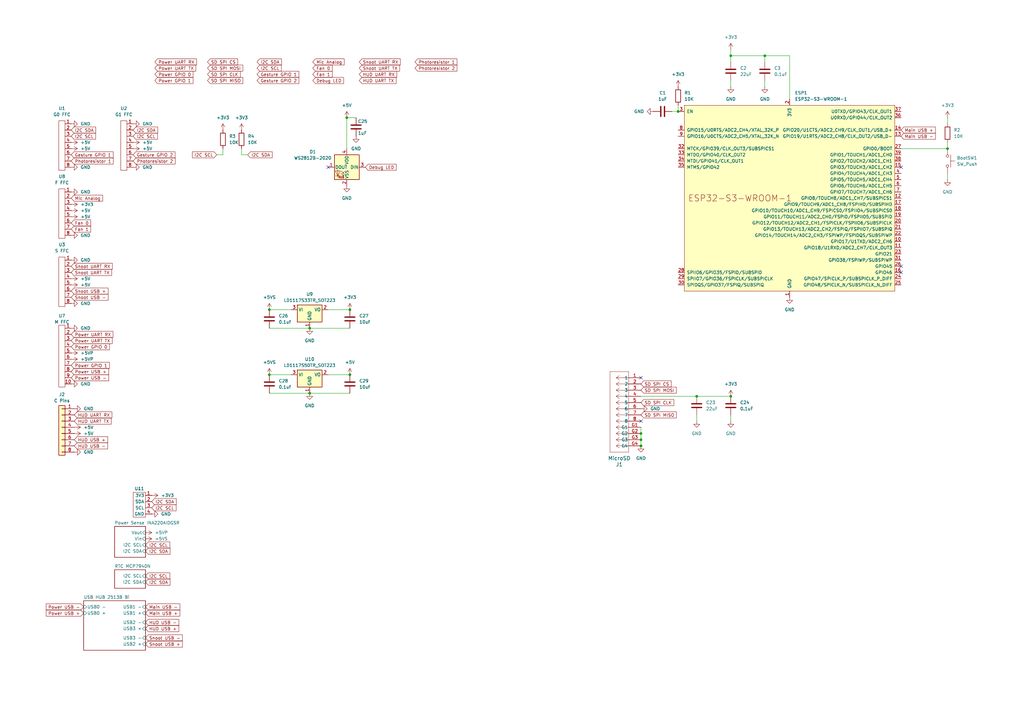
<source format=kicad_sch>
(kicad_sch (version 20231120) (generator "eeschema") (generator_version "8.0")
  (paper "A3")
  (lib_symbols
    (symbol "Connector_Generic:Conn_01x08" (pin_names (offset 1.016) hide)
      (property "Reference" "J" (at 0 10.16 0))
      (property "Value" "Conn_01x08" (at 0 -12.7 0))
      (symbol "Conn_01x08_1_1"
        (pin passive line (at -5.08 7.62 0) (length 3.81) (name "Pin_1") (number "1"))
        (pin passive line (at -5.08 5.08 0) (length 3.81) (name "Pin_2") (number "2"))
        (pin passive line (at -5.08 2.54 0) (length 3.81) (name "Pin_3") (number "3"))
        (pin passive line (at -5.08 0 0) (length 3.81) (name "Pin_4") (number "4"))
        (pin passive line (at -5.08 -2.54 0) (length 3.81) (name "Pin_5") (number "5"))
        (pin passive line (at -5.08 -5.08 0) (length 3.81) (name "Pin_6") (number "6"))
        (pin passive line (at -5.08 -7.62 0) (length 3.81) (name "Pin_7") (number "7"))
        (pin passive line (at -5.08 -10.16 0) (length 3.81) (name "Pin_8") (number "8"))
      )
    )
    (symbol "Device:C" (pin_numbers hide) (pin_names (offset 0.254))
      (property "Reference" "C" (at 0.635 2.54 0))
      (property "Value" "C" (at 0.635 -2.54 0))
      (symbol "C_1_1"
        (pin passive line (at 0 3.81 270) (length 2.794) (name "~") (number "1"))
        (pin passive line (at 0 -3.81 90) (length 2.794) (name "~") (number "2"))
      )
    )
    (symbol "Device:R" (pin_numbers hide) (pin_names (offset 0))
      (property "Reference" "R" (at 2.032 0 90))
      (property "Value" "R" (at 0 0 90))
      (symbol "R_1_1"
        (pin passive line (at 0 3.81 270) (length 1.27) (name "~") (number "1"))
        (pin passive line (at 0 -3.81 90) (length 1.27) (name "~") (number "2"))
      )
    )
    (symbol "FFC:FFC-10"
      (property "Reference" "U" (at 0 14.224 0))
      (symbol "FFC-10_1_1"
        (pin input line (at 3.81 11.43 180) (length 2.54) (name "") (number "1"))
        (pin input line (at 3.81 -11.43 180) (length 2.54) (name "") (number "10"))
        (pin input line (at 3.81 8.89 180) (length 2.54) (name "") (number "2"))
        (pin input line (at 3.81 6.35 180) (length 2.54) (name "") (number "3"))
        (pin input line (at 3.81 3.81 180) (length 2.54) (name "") (number "4"))
        (pin input line (at 3.81 1.27 180) (length 2.54) (name "") (number "5"))
        (pin input line (at 3.81 -1.27 180) (length 2.54) (name "") (number "6"))
        (pin input line (at 3.81 -3.81 180) (length 2.54) (name "") (number "7"))
        (pin input line (at 3.81 -6.35 180) (length 2.54) (name "") (number "8"))
        (pin input line (at 3.81 -8.89 180) (length 2.54) (name "") (number "9"))
      )
    )
    (symbol "FFC:FFC-8"
      (property "Reference" "U" (at 0 11.684 0))
      (symbol "FFC-8_1_1"
        (pin input line (at 3.81 8.89 180) (length 2.54) (name "") (number "1"))
        (pin input line (at 3.81 6.35 180) (length 2.54) (name "") (number "2"))
        (pin input line (at 3.81 3.81 180) (length 2.54) (name "") (number "3"))
        (pin input line (at 3.81 1.27 180) (length 2.54) (name "") (number "4"))
        (pin input line (at 3.81 -1.27 180) (length 2.54) (name "") (number "5"))
        (pin input line (at 3.81 -3.81 180) (length 2.54) (name "") (number "6"))
        (pin input line (at 3.81 -6.35 180) (length 2.54) (name "") (number "7"))
        (pin input line (at 3.81 -8.89 180) (length 2.54) (name "") (number "8"))
      )
    )
    (symbol "LED:WS2812B-2020" (pin_names (offset 0.254))
      (property "Reference" "D" (at 5.08 5.715 0))
      (property "Value" "WS2812B-2020" (at 1.27 -5.715 0))
      (symbol "WS2812B-2020_0_0"
        (text "RGB" (at 2.286 -4.191 0) (effects (font (size 0.762 0.762))))
      )
      (symbol "WS2812B-2020_1_1"
        (pin output line (at 7.62 0 180) (length 2.54) (name "DOUT") (number "1"))
        (pin power_in line (at 0 -7.62 90) (length 2.54) (name "VSS") (number "2"))
        (pin input line (at -7.62 0 0) (length 2.54) (name "DIN") (number "3"))
        (pin power_in line (at 0 7.62 270) (length 2.54) (name "VDD") (number "4"))
      )
    )
    (symbol "MicroSD_473092651:473092651" (pin_names (offset 0.254))
      (property "Reference" "J" (at 8.89 6.35 0))
      (property "Value" "473092651" (at 0 0 0))
      (symbol "473092651_1_1"
        (pin bidirectional line (at 0 0 0) (length 5.08) (name "1") (number "1"))
        (pin unspecified line (at 0 -2.54 0) (length 5.08) (name "2") (number "2"))
        (pin unspecified line (at 0 -5.08 0) (length 5.08) (name "3") (number "3"))
        (pin power_in line (at 0 -7.62 0) (length 5.08) (name "4") (number "4"))
        (pin unspecified line (at 0 -10.16 0) (length 5.08) (name "5") (number "5"))
        (pin power_out line (at 0 -12.7 0) (length 5.08) (name "6") (number "6"))
        (pin bidirectional line (at 0 -15.24 0) (length 5.08) (name "7") (number "7"))
        (pin bidirectional line (at 0 -17.78 0) (length 5.08) (name "8") (number "8"))
        (pin power_out line (at 0 -20.32 0) (length 5.08) (name "G1") (number "G1"))
        (pin power_out line (at 0 -22.86 0) (length 5.08) (name "G2") (number "G2"))
        (pin unspecified line (at 0 -25.4 0) (length 5.08) (name "G3") (number "G3"))
        (pin unspecified line (at 0 -27.94 0) (length 5.08) (name "G4") (number "G4"))
      )
      (symbol "473092651_1_2"
        (pin bidirectional line (at 0 0 0) (length 5.08) (name "1") (number "1"))
        (pin unspecified line (at 0 -2.54 0) (length 5.08) (name "2") (number "2"))
        (pin unspecified line (at 0 -5.08 0) (length 5.08) (name "3") (number "3"))
        (pin power_in line (at 0 -7.62 0) (length 5.08) (name "4") (number "4"))
        (pin unspecified line (at 0 -10.16 0) (length 5.08) (name "5") (number "5"))
        (pin power_out line (at 0 -12.7 0) (length 5.08) (name "6") (number "6"))
        (pin bidirectional line (at 0 -15.24 0) (length 5.08) (name "7") (number "7"))
        (pin bidirectional line (at 0 -17.78 0) (length 5.08) (name "8") (number "8"))
        (pin power_out line (at 0 -20.32 0) (length 5.08) (name "G1") (number "G1"))
        (pin power_out line (at 0 -22.86 0) (length 5.08) (name "G2") (number "G2"))
        (pin unspecified line (at 0 -25.4 0) (length 5.08) (name "G3") (number "G3"))
        (pin unspecified line (at 0 -27.94 0) (length 5.08) (name "G4") (number "G4"))
      )
    )
    (symbol "PCM_Espressif:ESP32-S3-WROOM-1" (pin_names (offset 1.016))
      (property "Reference" "U" (at -43.18 43.18 0))
      (property "Value" "ESP32-S3-WROOM-1" (at -43.18 40.64 0))
      (symbol "ESP32-S3-WROOM-1_0_0"
        (text "ESP32-S3-WROOM-1" (at -20.32 0 0) (effects (font (size 2.54 2.54))))
        (pin power_in line (at 0 -40.64 90) (length 2.54) (name "GND") (number "1"))
        (pin bidirectional line (at 45.72 -17.78 180) (length 2.54) (name "GPIO17/U1TXD/ADC2_CH6") (number "10"))
        (pin bidirectional line (at 45.72 -20.32 180) (length 2.54) (name "GPIO18/U1RXD/ADC2_CH7/CLK_OUT3") (number "11"))
        (pin bidirectional line (at 45.72 0 180) (length 2.54) (name "GPIO8/TOUCH8/ADC1_CH7/SUBSPICS1") (number "12"))
        (pin bidirectional line (at 45.72 25.4 180) (length 2.54) (name "GPIO19/U1RTS/ADC2_CH8/CLK_OUT2/USB_D-") (number "13"))
        (pin bidirectional line (at 45.72 27.94 180) (length 2.54) (name "GPIO20/U1CTS/ADC2_CH9/CLK_OUT1/USB_D+") (number "14"))
        (pin bidirectional line (at 45.72 12.7 180) (length 2.54) (name "GPIO3/TOUCH3/ADC1_CH2") (number "15"))
        (pin bidirectional line (at 45.72 -30.48 180) (length 2.54) (name "GPIO46") (number "16"))
        (pin bidirectional line (at 45.72 -2.54 180) (length 2.54) (name "GPIO9/TOUCH9/ADC1_CH8/FSPIHD/SUBSPIHD") (number "17"))
        (pin bidirectional line (at 45.72 -5.08 180) (length 2.54) (name "GPIO10/TOUCH10/ADC1_CH9/FSPICS0/FSPIIO4/SUBSPICS0") (number "18"))
        (pin bidirectional line (at 45.72 -7.62 180) (length 2.54) (name "GPIO11/TOUCH11/ADC2_CH0/FSPID/FSPIIO5/SUBSPID") (number "19"))
        (pin power_in line (at 0 40.64 270) (length 2.54) (name "3V3") (number "2"))
        (pin bidirectional line (at 45.72 -10.16 180) (length 2.54) (name "GPIO12/TOUCH12/ADC2_CH1/FSPICLK/FSPIIO6/SUBSPICLK") (number "20"))
        (pin bidirectional line (at 45.72 -12.7 180) (length 2.54) (name "GPIO13/TOUCH13/ADC2_CH2/FSPIQ/FSPIIO7/SUBSPIQ") (number "21"))
        (pin bidirectional line (at 45.72 -15.24 180) (length 2.54) (name "GPIO14/TOUCH14/ADC2_CH3/FSPIWP/FSPIDQS/SUBSPIWP") (number "22"))
        (pin bidirectional line (at 45.72 -22.86 180) (length 2.54) (name "GPIO21") (number "23"))
        (pin bidirectional line (at 45.72 -33.02 180) (length 2.54) (name "GPIO47/SPICLK_P/SUBSPICLK_P_DIFF") (number "24"))
        (pin bidirectional line (at 45.72 -35.56 180) (length 2.54) (name "GPIO48/SPICLK_N/SUBSPICLK_N_DIFF") (number "25"))
        (pin bidirectional line (at 45.72 -27.94 180) (length 2.54) (name "GPIO45") (number "26"))
        (pin bidirectional line (at 45.72 20.32 180) (length 2.54) (name "GPIO0/BOOT") (number "27"))
        (pin bidirectional line (at -45.72 -30.48 0) (length 2.54) (name "SPIIO6/GPIO35/FSPID/SUBSPID") (number "28"))
        (pin bidirectional line (at -45.72 -33.02 0) (length 2.54) (name "SPIIO7/GPIO36/FSPICLK/SUBSPICLK") (number "29"))
        (pin input line (at -45.72 35.56 0) (length 2.54) (name "EN") (number "3"))
        (pin bidirectional line (at -45.72 -35.56 0) (length 2.54) (name "SPIDQS/GPIO37/FSPIQ/SUBSPIQ") (number "30"))
        (pin bidirectional line (at 45.72 -25.4 180) (length 2.54) (name "GPIO38/FSPIWP/SUBSPIWP") (number "31"))
        (pin bidirectional line (at -45.72 20.32 0) (length 2.54) (name "MTCK/GPIO39/CLK_OUT3/SUBSPICS1") (number "32"))
        (pin bidirectional line (at -45.72 17.78 0) (length 2.54) (name "MTDO/GPIO40/CLK_OUT2") (number "33"))
        (pin bidirectional line (at -45.72 15.24 0) (length 2.54) (name "MTDI/GPIO41/CLK_OUT1") (number "34"))
        (pin bidirectional line (at -45.72 12.7 0) (length 2.54) (name "MTMS/GPIO42") (number "35"))
        (pin bidirectional line (at 45.72 33.02 180) (length 2.54) (name "U0RXD/GPIO44/CLK_OUT2") (number "36"))
        (pin bidirectional line (at 45.72 35.56 180) (length 2.54) (name "U0TXD/GPIO43/CLK_OUT1") (number "37"))
        (pin bidirectional line (at 45.72 15.24 180) (length 2.54) (name "GPIO2/TOUCH2/ADC1_CH1") (number "38"))
        (pin bidirectional line (at 45.72 17.78 180) (length 2.54) (name "GPIO1/TOUCH1/ADC1_CH0") (number "39"))
        (pin bidirectional line (at 45.72 10.16 180) (length 2.54) (name "GPIO4/TOUCH4/ADC1_CH3") (number "4"))
        (pin passive line (at 0 -40.64 90) (length 2.54) hide (name "GND") (number "40"))
        (pin passive line (at 0 -40.64 90) (length 2.54) hide (name "GND") (number "41"))
        (pin bidirectional line (at 45.72 7.62 180) (length 2.54) (name "GPIO5/TOUCH5/ADC1_CH4") (number "5"))
        (pin bidirectional line (at 45.72 5.08 180) (length 2.54) (name "GPIO6/TOUCH6/ADC1_CH5") (number "6"))
        (pin bidirectional line (at 45.72 2.54 180) (length 2.54) (name "GPIO7/TOUCH7/ADC1_CH6") (number "7"))
        (pin bidirectional line (at -45.72 27.94 0) (length 2.54) (name "GPIO15/U0RTS/ADC2_CH4/XTAL_32K_P") (number "8"))
        (pin bidirectional line (at -45.72 25.4 0) (length 2.54) (name "GPIO16/U0CTS/ADC2_CH5/XTAL_32K_N") (number "9"))
      )
    )
    (symbol "Regulator_Linear:LD1117S33TR_SOT223"
      (property "Reference" "U" (at -3.81 3.175 0))
      (property "Value" "LD1117S33TR_SOT223" (at 0 3.175 0))
      (symbol "LD1117S33TR_SOT223_1_1"
        (pin power_in line (at 0 -7.62 90) (length 2.54) (name "GND") (number "1"))
        (pin power_out line (at 7.62 0 180) (length 2.54) (name "VO") (number "2"))
        (pin power_in line (at -7.62 0 0) (length 2.54) (name "VI") (number "3"))
      )
    )
    (symbol "Regulator_Linear:LD1117S50TR_SOT223"
      (property "Reference" "U" (at -3.81 3.175 0))
      (property "Value" "LD1117S50TR_SOT223" (at 0 3.175 0))
      (symbol "LD1117S50TR_SOT223_1_1"
        (pin power_in line (at 0 -7.62 90) (length 2.54) (name "GND") (number "1"))
        (pin power_out line (at 7.62 0 180) (length 2.54) (name "VO") (number "2"))
        (pin power_in line (at -7.62 0 0) (length 2.54) (name "VI") (number "3"))
      )
    )
    (symbol "Sensored:Sensored"
      (property "Reference" "U" (at 0 1.524 0))
      (symbol "Sensored_1_1"
        (pin input line (at 5.08 -1.27 180) (length 2.54) (name "3V3") (number "1"))
        (pin input line (at 5.08 -3.81 180) (length 2.54) (name "SDA") (number "2"))
        (pin input line (at 5.08 -6.35 180) (length 2.54) (name "SCL") (number "3"))
        (pin input line (at 5.08 -8.89 180) (length 2.54) (name "GND") (number "4"))
      )
    )
    (symbol "Switch:SW_Push" (pin_numbers hide) (pin_names (offset 1.016) hide)
      (property "Reference" "SW" (at 1.27 2.54 0))
      (property "Value" "SW_Push" (at 0 -1.524 0))
      (symbol "SW_Push_0_1"
        (pin passive line (at -5.08 0 0) (length 2.54) (name "1") (number "1"))
        (pin passive line (at 5.08 0 180) (length 2.54) (name "2") (number "2"))
      )
    )
    (symbol "power:+3V3" (power) (pin_numbers hide) (pin_names (offset 0) hide)
      (property "Value" "+3V3" (at 0 3.556 0))
      (symbol "+3V3_1_1"
        (pin power_in line (at 0 0 90) (length 0) (name "~") (number "1"))
      )
    )
    (symbol "power:+5V" (power) (pin_numbers hide) (pin_names (offset 0) hide)
      (property "Value" "+5V" (at 0 3.556 0))
      (symbol "+5V_1_1"
        (pin power_in line (at 0 0 90) (length 0) (name "~") (number "1"))
      )
    )
    (symbol "power:+5VP" (power) (pin_numbers hide) (pin_names (offset 0) hide)
      (property "Value" "+5VP" (at 0 3.556 0))
      (symbol "+5VP_1_1"
        (pin power_in line (at 0 0 90) (length 0) (name "~") (number "1"))
      )
    )
    (symbol "power:GND" (power) (pin_numbers hide) (pin_names (offset 0) hide)
      (property "Value" "GND" (at 0 -3.81 0))
      (symbol "GND_1_1"
        (pin power_in line (at 0 0 270) (length 0) (name "~") (number "1"))
      )
    )
  )
  (junction (at 262.89 180.34))
  (junction (at 142.24 48.26))
  (junction (at 388.62 60.96))
  (junction (at 262.89 177.8))
  (junction (at 110.49 127))
  (junction (at 143.51 127))
  (junction (at 110.49 153.67))
  (junction (at 313.69 22.86))
  (junction (at 127 161.29))
  (junction (at 143.51 153.67))
  (junction (at 285.75 162.56))
  (junction (at 299.72 162.56))
  (junction (at 299.72 22.86))
  (junction (at 278.13 45.72))
  (junction (at 127 134.62))
  (junction (at 262.89 182.88))
  (no_connect (at 262.89 172.72))
  (no_connect (at 134.62 68.58))
  (no_connect (at 369.57 68.58))
  (no_connect (at 369.57 109.22))
  (no_connect (at 262.89 154.94))
  (no_connect (at 369.57 111.76))
  (wire (pts (xy 99.06 63.5) (xy 101.6 63.5)))
  (wire (pts (xy 313.69 33.02) (xy 313.69 35.56)))
  (wire (pts (xy 299.72 22.86) (xy 299.72 25.4)))
  (wire (pts (xy 88.9 63.5) (xy 91.44 63.5)))
  (wire (pts (xy 262.89 177.8) (xy 262.89 180.34)))
  (wire (pts (xy 388.62 58.42) (xy 388.62 60.96)))
  (wire (pts (xy 110.49 153.67) (xy 119.38 153.67)))
  (wire (pts (xy 299.72 170.18) (xy 299.72 172.72)))
  (wire (pts (xy 142.24 48.26) (xy 142.24 60.96)))
  (wire (pts (xy 313.69 22.86) (xy 323.85 22.86)))
  (wire (pts (xy 91.44 63.5) (xy 91.44 60.96)))
  (wire (pts (xy 142.24 48.26) (xy 146.05 48.26)))
  (wire (pts (xy 388.62 48.26) (xy 388.62 50.8)))
  (wire (pts (xy 262.89 162.56) (xy 285.75 162.56)))
  (wire (pts (xy 299.72 20.32) (xy 299.72 22.86)))
  (wire (pts (xy 99.06 60.96) (xy 99.06 63.5)))
  (wire (pts (xy 262.89 180.34) (xy 262.89 182.88)))
  (wire (pts (xy 275.59 45.72) (xy 278.13 45.72)))
  (wire (pts (xy 134.62 153.67) (xy 143.51 153.67)))
  (wire (pts (xy 110.49 134.62) (xy 127 134.62)))
  (wire (pts (xy 278.13 43.18) (xy 278.13 45.72)))
  (wire (pts (xy 299.72 33.02) (xy 299.72 35.56)))
  (wire (pts (xy 127 134.62) (xy 143.51 134.62)))
  (wire (pts (xy 127 161.29) (xy 143.51 161.29)))
  (wire (pts (xy 110.49 161.29) (xy 127 161.29)))
  (wire (pts (xy 388.62 73.66) (xy 388.62 71.12)))
  (wire (pts (xy 285.75 170.18) (xy 285.75 172.72)))
  (wire (pts (xy 369.57 60.96) (xy 388.62 60.96)))
  (wire (pts (xy 134.62 127) (xy 143.51 127)))
  (wire (pts (xy 262.89 175.26) (xy 262.89 177.8)))
  (wire (pts (xy 299.72 22.86) (xy 313.69 22.86)))
  (wire (pts (xy 285.75 162.56) (xy 299.72 162.56)))
  (wire (pts (xy 110.49 127) (xy 119.38 127)))
  (wire (pts (xy 313.69 22.86) (xy 313.69 25.4)))
  (wire (pts (xy 323.85 22.86) (xy 323.85 40.64)))
  (global_label "I2C SCL" (shape input) (at 62.23 208.28 0) (property "Intersheetrefs" "${INTERSHEET_REFS}" (effects (hide yes))))
  (global_label "HUD UART TX" (shape input) (at 147.32 33.02 0) (property "Intersheetrefs" "${INTERSHEET_REFS}" (effects (hide yes))))
  (global_label "Mic Analog" (shape input) (at 29.21 81.28 0) (property "Intersheetrefs" "${INTERSHEET_REFS}" (effects (hide yes))))
  (global_label "Main USB -" (shape input) (at 369.57 55.88 0) (property "Intersheetrefs" "${INTERSHEET_REFS}" (effects (hide yes))))
  (global_label "Fan 0" (shape input) (at 29.21 91.44 0) (property "Intersheetrefs" "${INTERSHEET_REFS}" (effects (hide yes))))
  (global_label "SD SPI CLK" (shape input) (at 262.89 165.1 0) (property "Intersheetrefs" "${INTERSHEET_REFS}" (effects (hide yes))))
  (global_label "HUD USB -" (shape input) (at 30.48 182.88 0) (property "Intersheetrefs" "${INTERSHEET_REFS}" (effects (hide yes))))
  (global_label "Power GPIO 1" (shape input) (at 63.5 33.02 0) (property "Intersheetrefs" "${INTERSHEET_REFS}" (effects (hide yes))))
  (global_label "Power UART RX" (shape input) (at 29.21 137.16 0) (property "Intersheetrefs" "${INTERSHEET_REFS}" (effects (hide yes))))
  (global_label "HUD USB +" (shape input) (at 59.69 257.81 0) (property "Intersheetrefs" "${INTERSHEET_REFS}" (effects (hide yes))))
  (global_label "I2C SDA" (shape input) (at 62.23 205.74 0) (property "Intersheetrefs" "${INTERSHEET_REFS}" (effects (hide yes))))
  (global_label "I2C SDA" (shape input) (at 101.6 63.5 0) (property "Intersheetrefs" "${INTERSHEET_REFS}" (effects (hide yes))))
  (global_label "Snoot UART RX" (shape input) (at 29.21 109.22 0) (property "Intersheetrefs" "${INTERSHEET_REFS}" (effects (hide yes))))
  (global_label "HUD UART TX" (shape input) (at 30.48 172.72 0) (property "Intersheetrefs" "${INTERSHEET_REFS}" (effects (hide yes))))
  (global_label "I2C SCL" (shape input) (at 54.61 55.88 0) (property "Intersheetrefs" "${INTERSHEET_REFS}" (effects (hide yes))))
  (global_label "SD SPI CLK" (shape input) (at 85.09 30.48 0) (property "Intersheetrefs" "${INTERSHEET_REFS}" (effects (hide yes))))
  (global_label "Snoot UART TX" (shape input) (at 29.21 111.76 0) (property "Intersheetrefs" "${INTERSHEET_REFS}" (effects (hide yes))))
  (global_label "Fan 1" (shape input) (at 29.21 93.98 0) (property "Intersheetrefs" "${INTERSHEET_REFS}" (effects (hide yes))))
  (global_label "Photoresistor 1" (shape input) (at 29.21 66.04 0) (property "Intersheetrefs" "${INTERSHEET_REFS}" (effects (hide yes))))
  (global_label "SD SPI MISO" (shape input) (at 85.09 33.02 0) (property "Intersheetrefs" "${INTERSHEET_REFS}" (effects (hide yes))))
  (global_label "Snoot UART TX" (shape input) (at 147.32 27.94 0) (property "Intersheetrefs" "${INTERSHEET_REFS}" (effects (hide yes))))
  (global_label "Photoresistor 2" (shape input) (at 170.18 27.94 0) (property "Intersheetrefs" "${INTERSHEET_REFS}" (effects (hide yes))))
  (global_label "I2C SCL" (shape input) (at 88.9 63.5 180) (property "Intersheetrefs" "${INTERSHEET_REFS}" (effects (hide yes))))
  (global_label "Fan 1" (shape input) (at 128.27 30.48 0) (property "Intersheetrefs" "${INTERSHEET_REFS}" (effects (hide yes))))
  (global_label "I2C SCL" (shape input) (at 59.69 223.52 0) (property "Intersheetrefs" "${INTERSHEET_REFS}" (effects (hide yes))))
  (global_label "Power UART RX" (shape input) (at 63.5 25.4 0) (property "Intersheetrefs" "${INTERSHEET_REFS}" (effects (hide yes))))
  (global_label "Snoot USB -" (shape input) (at 29.21 121.92 0) (property "Intersheetrefs" "${INTERSHEET_REFS}" (effects (hide yes))))
  (global_label "SD SPI MOSI" (shape input) (at 85.09 27.94 0) (property "Intersheetrefs" "${INTERSHEET_REFS}" (effects (hide yes))))
  (global_label "I2C SDA" (shape input) (at 59.69 226.06 0) (property "Intersheetrefs" "${INTERSHEET_REFS}" (effects (hide yes))))
  (global_label "I2C SDA" (shape input) (at 54.61 53.34 0) (property "Intersheetrefs" "${INTERSHEET_REFS}" (effects (hide yes))))
  (global_label "HUD UART RX" (shape input) (at 30.48 170.18 0) (property "Intersheetrefs" "${INTERSHEET_REFS}" (effects (hide yes))))
  (global_label "Debug LED" (shape input) (at 149.86 68.58 0) (property "Intersheetrefs" "${INTERSHEET_REFS}" (effects (hide yes))))
  (global_label "I2C SDA" (shape input) (at 29.21 53.34 0) (property "Intersheetrefs" "${INTERSHEET_REFS}" (effects (hide yes))))
  (global_label "Snoot USB +" (shape input) (at 29.21 119.38 0) (property "Intersheetrefs" "${INTERSHEET_REFS}" (effects (hide yes))))
  (global_label "Power GPIO 0" (shape input) (at 29.21 142.24 0) (property "Intersheetrefs" "${INTERSHEET_REFS}" (effects (hide yes))))
  (global_label "Power USB +" (shape input) (at 29.21 152.4 0) (property "Intersheetrefs" "${INTERSHEET_REFS}" (effects (hide yes))))
  (global_label "Snoot UART RX" (shape input) (at 147.32 25.4 0) (property "Intersheetrefs" "${INTERSHEET_REFS}" (effects (hide yes))))
  (global_label "Main USB -" (shape input) (at 59.69 248.92 0) (property "Intersheetrefs" "${INTERSHEET_REFS}" (effects (hide yes))))
  (global_label "Power GPIO 0" (shape input) (at 63.5 30.48 0) (property "Intersheetrefs" "${INTERSHEET_REFS}" (effects (hide yes))))
  (global_label "Snoot USB +" (shape input) (at 59.69 264.16 0) (property "Intersheetrefs" "${INTERSHEET_REFS}" (effects (hide yes))))
  (global_label "I2C SCL" (shape input) (at 105.41 27.94 0) (property "Intersheetrefs" "${INTERSHEET_REFS}" (effects (hide yes))))
  (global_label "Power USB -" (shape input) (at 34.29 248.92 180) (property "Intersheetrefs" "${INTERSHEET_REFS}" (effects (hide yes))))
  (global_label "Snoot USB -" (shape input) (at 59.69 261.62 0) (property "Intersheetrefs" "${INTERSHEET_REFS}" (effects (hide yes))))
  (global_label "Power UART TX" (shape input) (at 63.5 27.94 0) (property "Intersheetrefs" "${INTERSHEET_REFS}" (effects (hide yes))))
  (global_label "HUD USB -" (shape input) (at 59.69 255.27 0) (property "Intersheetrefs" "${INTERSHEET_REFS}" (effects (hide yes))))
  (global_label "Gesture GPIO 1" (shape input) (at 105.41 30.48 0) (property "Intersheetrefs" "${INTERSHEET_REFS}" (effects (hide yes))))
  (global_label "HUD UART RX" (shape input) (at 147.32 30.48 0) (property "Intersheetrefs" "${INTERSHEET_REFS}" (effects (hide yes))))
  (global_label "Main USB +" (shape input) (at 369.57 53.34 0) (property "Intersheetrefs" "${INTERSHEET_REFS}" (effects (hide yes))))
  (global_label "SD SPI CS" (shape input) (at 262.89 157.48 0) (property "Intersheetrefs" "${INTERSHEET_REFS}" (effects (hide yes))))
  (global_label "Fan 0" (shape input) (at 128.27 27.94 0) (property "Intersheetrefs" "${INTERSHEET_REFS}" (effects (hide yes))))
  (global_label "Power UART TX" (shape input) (at 29.21 139.7 0) (property "Intersheetrefs" "${INTERSHEET_REFS}" (effects (hide yes))))
  (global_label "I2C SDA" (shape input) (at 105.41 25.4 0) (property "Intersheetrefs" "${INTERSHEET_REFS}" (effects (hide yes))))
  (global_label "I2C SDA" (shape input) (at 59.69 238.76 0) (property "Intersheetrefs" "${INTERSHEET_REFS}" (effects (hide yes))))
  (global_label "I2C SCL" (shape input) (at 29.21 55.88 0) (property "Intersheetrefs" "${INTERSHEET_REFS}" (effects (hide yes))))
  (global_label "HUD USB +" (shape input) (at 30.48 180.34 0) (property "Intersheetrefs" "${INTERSHEET_REFS}" (effects (hide yes))))
  (global_label "Power USB -" (shape input) (at 29.21 154.94 0) (property "Intersheetrefs" "${INTERSHEET_REFS}" (effects (hide yes))))
  (global_label "I2C SCL" (shape input) (at 59.69 236.22 0) (property "Intersheetrefs" "${INTERSHEET_REFS}" (effects (hide yes))))
  (global_label "SD SPI MOSI" (shape input) (at 262.89 160.02 0) (property "Intersheetrefs" "${INTERSHEET_REFS}" (effects (hide yes))))
  (global_label "Power USB +" (shape input) (at 34.29 251.46 180) (property "Intersheetrefs" "${INTERSHEET_REFS}" (effects (hide yes))))
  (global_label "Debug LED" (shape input) (at 128.27 33.02 0) (property "Intersheetrefs" "${INTERSHEET_REFS}" (effects (hide yes))))
  (global_label "SD SPI CS" (shape input) (at 85.09 25.4 0) (property "Intersheetrefs" "${INTERSHEET_REFS}" (effects (hide yes))))
  (global_label "Gesture GPIO 1" (shape input) (at 29.21 63.5 0) (property "Intersheetrefs" "${INTERSHEET_REFS}" (effects (hide yes))))
  (global_label "Mic Analog" (shape input) (at 128.27 25.4 0) (property "Intersheetrefs" "${INTERSHEET_REFS}" (effects (hide yes))))
  (global_label "Photoresistor 1" (shape input) (at 170.18 25.4 0) (property "Intersheetrefs" "${INTERSHEET_REFS}" (effects (hide yes))))
  (global_label "Main USB +" (shape input) (at 59.69 251.46 0) (property "Intersheetrefs" "${INTERSHEET_REFS}" (effects (hide yes))))
  (global_label "Power GPIO 1" (shape input) (at 29.21 149.86 0) (property "Intersheetrefs" "${INTERSHEET_REFS}" (effects (hide yes))))
  (global_label "SD SPI MISO" (shape input) (at 262.89 170.18 0) (property "Intersheetrefs" "${INTERSHEET_REFS}" (effects (hide yes))))
  (global_label "Gesture GPIO 2" (shape input) (at 54.61 63.5 0) (property "Intersheetrefs" "${INTERSHEET_REFS}" (effects (hide yes))))
  (global_label "Photoresistor 2" (shape input) (at 54.61 66.04 0) (property "Intersheetrefs" "${INTERSHEET_REFS}" (effects (hide yes))))
  (global_label "Gesture GPIO 2" (shape input) (at 105.41 33.02 0) (property "Intersheetrefs" "${INTERSHEET_REFS}" (effects (hide yes))))
  (symbol (lib_id "Device:C") (at 285.75 166.37 0) (unit 1)
    (property "Reference" "C23" (at 289.56 165.0999 0) (effects (justify left)))
    (property "Value" "22uF" (at 289.56 167.6399 0) (effects (justify left)))
    (property "Footprint" "Capacitor_SMD:C_0603_1608Metric_Pad1.08x0.95mm_HandSolder" (effects (hide yes)))
    (property "Description" "Unpolarized capacitor" (effects (hide yes)))
  )
  (symbol (lib_id "power:GND") (at 323.85 121.92 0) (unit 1)
    (property "Reference" "#PWR06" (effects (hide yes)))
    (property "Value" "GND" (at 323.85 127 0))
    (property "Description" "Power symbol creates a global label with name \"GND\" , ground" (effects (hide yes)))
  )
  (symbol (lib_id "power:+5V") (at 29.21 86.36 270) (unit 1)
    (property "Reference" "#PWR057" (effects (hide yes)))
    (property "Value" "+5V" (at 33.02 86.3599 90) (effects (justify left)))
    (property "Description" "Power symbol creates a global label with name \"+5V\"" (effects (hide yes)))
  )
  (symbol (lib_id "power:+3V3") (at 299.72 162.56 0) (unit 1)
    (property "Reference" "#PWR065" (effects (hide yes)))
    (property "Value" "+3V3" (at 299.72 157.48 0))
    (property "Description" "Power symbol creates a global label with name \"+3V3\"" (effects (hide yes)))
  )
  (symbol (lib_id "Device:C") (at 146.05 52.07 0) (unit 1)
    (property "Reference" "C25" (at 146.812 49.784 0) (effects (justify left)))
    (property "Value" "1uF" (at 146.812 54.61 0) (effects (justify left)))
    (property "Footprint" "Capacitor_SMD:C_0603_1608Metric_Pad1.08x0.95mm_HandSolder" (effects (hide yes)))
    (property "Description" "Unpolarized capacitor" (effects (hide yes)))
  )
  (symbol (lib_id "power:+5V") (at 143.51 153.67 0) (unit 1)
    (property "Reference" "#PWR073" (effects (hide yes)))
    (property "Value" "+5V" (at 143.51 148.59 0))
    (property "Description" "Power symbol creates a global label with name \"+5V\"" (effects (hide yes)))
  )
  (symbol (lib_id "power:GND") (at 29.21 106.68 90) (unit 1)
    (property "Reference" "#PWR015" (effects (hide yes)))
    (property "Value" "GND" (at 33.02 106.6799 90) (effects (justify right)))
    (property "Description" "Power symbol creates a global label with name \"GND\" , ground" (effects (hide yes)))
  )
  (symbol (lib_id "power:+5VP") (at 110.49 153.67 0) (unit 1)
    (property "Reference" "#PWR075" (effects (hide yes)))
    (property "Value" "+5VS" (at 110.49 148.59 0))
    (property "Description" "Power symbol creates a global label with name \"+5VP\"" (effects (hide yes)))
  )
  (symbol (lib_id "power:GND") (at 262.89 167.64 90) (unit 1)
    (property "Reference" "#PWR061" (effects (hide yes)))
    (property "Value" "GND" (at 266.7 167.6399 90) (effects (justify right)))
    (property "Description" "Power symbol creates a global label with name \"GND\" , ground" (effects (hide yes)))
  )
  (symbol (lib_id "Device:C") (at 110.49 130.81 0) (unit 1)
    (property "Reference" "C26" (at 114.3 129.5399 0) (effects (justify left)))
    (property "Value" "0.1uf" (at 114.3 132.0799 0) (effects (justify left)))
    (property "Footprint" "Capacitor_SMD:C_0402_1005Metric_Pad0.74x0.62mm_HandSolder" (effects (hide yes)))
    (property "Description" "Unpolarized capacitor" (effects (hide yes)))
  )
  (symbol (lib_id "Regulator_Linear:LD1117S50TR_SOT223") (at 127 153.67 0) (unit 1)
    (property "Reference" "U10" (at 127 147.32 0))
    (property "Value" "LD1117S50TR_SOT223" (at 127 149.86 0))
    (property "Footprint" "Package_TO_SOT_SMD:SOT-223-3_TabPin2" (effects (hide yes)))
    (property "Datasheet" "http://www.st.com/st-web-ui/static/active/en/resource/technical/document/datasheet/CD00000544.pdf" (effects (hide yes)))
    (property "Description" "800mA Fixed Low Drop Positive Voltage Regulator, Fixed Output 5.0V, SOT-223" (effects (hide yes)))
  )
  (symbol (lib_id "LED:WS2812B-2020") (at 142.24 68.58 0) (mirror y) (unit 1)
    (property "Reference" "D1" (at 128.27 62.2614 0))
    (property "Value" "WS2812B-2020" (at 128.27 64.8014 0))
    (property "Footprint" "LED_SMD:LED_WS2812B-2020_PLCC4_2.0x2.0mm" (effects (hide yes)))
    (property "Datasheet" "https://cdn-shop.adafruit.com/product-files/4684/4684_WS2812B-2020_V1.3_EN.pdf" (effects (hide yes)))
    (property "Description" "RGB LED with integrated controller, 2.0 x 2.0 mm, 12 mA" (effects (hide yes)))
  )
  (symbol (lib_id "Switch:SW_Push") (at 388.62 66.04 270) (unit 1)
    (property "Reference" "BootSW1" (at 392.43 64.7699 90) (effects (justify left)))
    (property "Value" "SW_Push" (at 392.43 67.3099 90) (effects (justify left)))
    (property "Footprint" "Buttons:R-667843" (effects (hide yes)))
    (property "Description" "Push button switch, generic, two pins" (effects (hide yes)))
  )
  (symbol (lib_id "power:+3V3") (at 388.62 48.26 0) (unit 1)
    (property "Reference" "#PWR07" (effects (hide yes)))
    (property "Value" "+3V3" (at 388.62 43.18 0))
    (property "Description" "Power symbol creates a global label with name \"+3V3\"" (effects (hide yes)))
  )
  (symbol (lib_id "power:+5VP") (at 110.49 127 0) (unit 1)
    (property "Reference" "#PWR072" (effects (hide yes)))
    (property "Value" "+5VS" (at 110.49 121.92 0))
    (property "Description" "Power symbol creates a global label with name \"+5VP\"" (effects (hide yes)))
  )
  (symbol (lib_id "Device:R") (at 278.13 39.37 0) (unit 1)
    (property "Reference" "R1" (at 280.67 38.0999 0) (effects (justify left)))
    (property "Value" "10K" (at 280.67 40.6399 0) (effects (justify left)))
    (property "Footprint" "Resistor_SMD:R_0603_1608Metric" (effects (hide yes)))
    (property "Description" "Resistor" (effects (hide yes)))
  )
  (symbol (lib_id "power:GND") (at 29.21 157.48 90) (unit 1)
    (property "Reference" "#PWR021" (effects (hide yes)))
    (property "Value" "GND" (at 33.02 157.4799 90) (effects (justify right)))
    (property "Description" "Power symbol creates a global label with name \"GND\" , ground" (effects (hide yes)))
  )
  (symbol (lib_id "power:GND") (at 54.61 68.58 90) (unit 1)
    (property "Reference" "#PWR020" (effects (hide yes)))
    (property "Value" "GND" (at 58.42 68.5799 90) (effects (justify right)))
    (property "Description" "Power symbol creates a global label with name \"GND\" , ground" (effects (hide yes)))
  )
  (symbol (lib_id "power:+5VP") (at 29.21 147.32 270) (unit 1)
    (property "Reference" "#PWR024" (effects (hide yes)))
    (property "Value" "+5VP" (at 33.02 147.3199 90) (effects (justify left)))
    (property "Description" "Power symbol creates a global label with name \"+5VP\"" (effects (hide yes)))
  )
  (symbol (lib_id "power:+5V") (at 29.21 114.3 270) (unit 1)
    (property "Reference" "#PWR019" (effects (hide yes)))
    (property "Value" "+5V" (at 33.02 114.2999 90) (effects (justify left)))
    (property "Description" "Power symbol creates a global label with name \"+5V\"" (effects (hide yes)))
  )
  (symbol (lib_id "PCM_Espressif:ESP32-S3-WROOM-1") (at 323.85 81.28 0) (unit 1)
    (property "Reference" "ESP1" (at 326.0441 38.1 0) (effects (justify left)))
    (property "Value" "ESP32-S3-WROOM-1" (at 326.0441 40.64 0) (effects (justify left)))
    (property "Footprint" "RF_Module:ESP32-S3-WROOM-1" (effects (hide yes)))
    (property "Datasheet" "https://www.espressif.com/sites/default/files/documentation/esp32-s3-wroom-1_wroom-1u_datasheet_en.pdf" (effects (hide yes)))
    (property "Description" "2.4 GHz WiFi (802.11 b/g/n) and Bluetooth ® 5 (LE) module Built around ESP32S3 series of SoCs, Xtensa ® dualcore 32bit LX7 microprocessor Flash up to 16 MB, PSRAM up to 8 MB 36 GPIOs, rich set of peripherals Onboard PCB antenna" (effects (hide yes)))
  )
  (symbol (lib_id "power:GND") (at 29.21 78.74 90) (unit 1)
    (property "Reference" "#PWR056" (effects (hide yes)))
    (property "Value" "GND" (at 33.02 78.7399 90) (effects (justify right)))
    (property "Description" "Power symbol creates a global label with name \"GND\" , ground" (effects (hide yes)))
  )
  (symbol (lib_id "power:GND") (at 388.62 73.66 0) (unit 1)
    (property "Reference" "#PWR08" (effects (hide yes)))
    (property "Value" "GND" (at 388.62 78.74 0))
    (property "Description" "Power symbol creates a global label with name \"GND\" , ground" (effects (hide yes)))
  )
  (symbol (lib_id "power:+5V") (at 54.61 58.42 270) (unit 1)
    (property "Reference" "#PWR012" (effects (hide yes)))
    (property "Value" "+5V" (at 58.42 58.4199 90) (effects (justify left)))
    (property "Description" "Power symbol creates a global label with name \"+5V\"" (effects (hide yes)))
  )
  (symbol (lib_id "FFC:FFC-8") (at 25.4 59.69 0) (unit 1)
    (property "Reference" "U1" (at 25.4 44.45 0))
    (property "Value" "G0 FFC" (at 25.4 46.99 0))
    (property "Footprint" "FFC:FFC-8-0.5" (effects (hide yes)))
  )
  (symbol (lib_id "power:+5V") (at 29.21 88.9 270) (unit 1)
    (property "Reference" "#PWR058" (effects (hide yes)))
    (property "Value" "+5V" (at 33.02 88.8999 90) (effects (justify left)))
    (property "Description" "Power symbol creates a global label with name \"+5V\"" (effects (hide yes)))
  )
  (symbol (lib_id "Device:R") (at 99.06 57.15 0) (unit 1)
    (property "Reference" "R4" (at 101.6 55.8799 0) (effects (justify left)))
    (property "Value" "10K" (at 101.6 58.4199 0) (effects (justify left)))
    (property "Footprint" "Resistor_SMD:R_0603_1608Metric_Pad0.98x0.95mm_HandSolder" (effects (hide yes)))
    (property "Description" "Resistor" (effects (hide yes)))
  )
  (symbol (lib_id "power:GND") (at 54.61 50.8 90) (unit 1)
    (property "Reference" "#PWR010" (effects (hide yes)))
    (property "Value" "GND" (at 58.42 50.7999 90) (effects (justify right)))
    (property "Description" "Power symbol creates a global label with name \"GND\" , ground" (effects (hide yes)))
  )
  (symbol (lib_id "power:GND") (at 146.05 55.88 0) (unit 1)
    (property "Reference" "#PWR068" (effects (hide yes)))
    (property "Value" "GND" (at 146.05 60.96 0))
    (property "Description" "Power symbol creates a global label with name \"GND\" , ground" (effects (hide yes)))
  )
  (symbol (lib_id "Device:C") (at 110.49 157.48 0) (unit 1)
    (property "Reference" "C28" (at 114.3 156.2099 0) (effects (justify left)))
    (property "Value" "0.1uf" (at 114.3 158.7499 0) (effects (justify left)))
    (property "Footprint" "Capacitor_SMD:C_0402_1005Metric_Pad0.74x0.62mm_HandSolder" (effects (hide yes)))
    (property "Description" "Unpolarized capacitor" (effects (hide yes)))
  )
  (symbol (lib_id "power:+5VP") (at 59.69 218.44 270) (unit 1)
    (property "Reference" "#PWR048" (effects (hide yes)))
    (property "Value" "+5VP" (at 63.5 218.4399 90) (effects (justify left)))
    (property "Description" "Power symbol creates a global label with name \"+5VP\"" (effects (hide yes)))
  )
  (symbol (lib_id "Device:C") (at 299.72 29.21 0) (unit 1)
    (property "Reference" "C2" (at 303.53 27.9399 0) (effects (justify left)))
    (property "Value" "22uF" (at 303.53 30.4799 0) (effects (justify left)))
    (property "Footprint" "Capacitor_SMD:C_0603_1608Metric_Pad1.08x0.95mm_HandSolder" (effects (hide yes)))
    (property "Description" "Unpolarized capacitor" (effects (hide yes)))
  )
  (symbol (lib_id "power:GND") (at 29.21 124.46 90) (unit 1)
    (property "Reference" "#PWR016" (effects (hide yes)))
    (property "Value" "GND" (at 33.02 124.4599 90) (effects (justify right)))
    (property "Description" "Power symbol creates a global label with name \"GND\" , ground" (effects (hide yes)))
  )
  (symbol (lib_id "Device:C") (at 313.69 29.21 0) (unit 1)
    (property "Reference" "C3" (at 317.5 27.9399 0) (effects (justify left)))
    (property "Value" "0.1uF" (at 317.5 30.4799 0) (effects (justify left)))
    (property "Footprint" "Capacitor_SMD:C_0603_1608Metric_Pad1.08x0.95mm_HandSolder" (effects (hide yes)))
    (property "Description" "Unpolarized capacitor" (effects (hide yes)))
  )
  (symbol (lib_id "power:+3V3") (at 29.21 83.82 270) (unit 1)
    (property "Reference" "#PWR060" (effects (hide yes)))
    (property "Value" "+3V3" (at 33.02 83.8199 90) (effects (justify left)))
    (property "Description" "Power symbol creates a global label with name \"+3V3\"" (effects (hide yes)))
  )
  (symbol (lib_id "MicroSD_473092651:473092651") (at 262.89 154.94 0) (mirror y) (unit 1)
    (property "Reference" "J1" (at 254 190.5 0) (effects (font (size 1.524 1.524))))
    (property "Value" "MicroSD" (at 254 187.96 0) (effects (font (size 1.524 1.524))))
    (property "Footprint" "Micro SD:MicroSD_473092651" (effects (hide yes)))
    (property "Datasheet" "473092651" (effects (hide yes)))
  )
  (symbol (lib_id "power:+3V3") (at 91.44 53.34 0) (unit 1)
    (property "Reference" "#PWR033" (effects (hide yes)))
    (property "Value" "+3V3" (at 91.44 48.26 0))
    (property "Description" "Power symbol creates a global label with name \"+3V3\"" (effects (hide yes)))
  )
  (symbol (lib_id "Device:C") (at 271.78 45.72 90) (unit 1)
    (property "Reference" "C1" (at 271.78 38.1 90))
    (property "Value" "1uF" (at 271.78 40.64 90))
    (property "Footprint" "Capacitor_SMD:C_0603_1608Metric_Pad1.08x0.95mm_HandSolder" (effects (hide yes)))
    (property "Description" "Unpolarized capacitor" (effects (hide yes)))
  )
  (symbol (lib_id "Device:R") (at 91.44 57.15 0) (unit 1)
    (property "Reference" "R3" (at 93.98 55.8799 0) (effects (justify left)))
    (property "Value" "10K" (at 93.98 58.4199 0) (effects (justify left)))
    (property "Footprint" "Resistor_SMD:R_0603_1608Metric_Pad0.98x0.95mm_HandSolder" (effects (hide yes)))
    (property "Description" "Resistor" (effects (hide yes)))
  )
  (symbol (lib_id "power:+3V3") (at 143.51 127 0) (unit 1)
    (property "Reference" "#PWR074" (effects (hide yes)))
    (property "Value" "+3V3" (at 143.51 121.92 0))
    (property "Description" "Power symbol creates a global label with name \"+3V3\"" (effects (hide yes)))
  )
  (symbol (lib_id "power:GND") (at 29.21 134.62 90) (unit 1)
    (property "Reference" "#PWR022" (effects (hide yes)))
    (property "Value" "GND" (at 33.02 134.6199 90) (effects (justify right)))
    (property "Description" "Power symbol creates a global label with name \"GND\" , ground" (effects (hide yes)))
  )
  (symbol (lib_id "power:+3V3") (at 62.23 203.2 270) (unit 1)
    (property "Reference" "#PWR077" (effects (hide yes)))
    (property "Value" "+3V3" (at 66.04 203.1999 90) (effects (justify left)))
    (property "Description" "Power symbol creates a global label with name \"+3V3\"" (effects (hide yes)))
  )
  (symbol (lib_id "power:+3V3") (at 99.06 53.34 0) (unit 1)
    (property "Reference" "#PWR034" (effects (hide yes)))
    (property "Value" "+3V3" (at 99.06 48.26 0))
    (property "Description" "Power symbol creates a global label with name \"+3V3\"" (effects (hide yes)))
  )
  (symbol (lib_id "power:GND") (at 313.69 35.56 0) (unit 1)
    (property "Reference" "#PWR05" (effects (hide yes)))
    (property "Value" "GND" (at 313.69 40.64 0))
    (property "Description" "Power symbol creates a global label with name \"GND\" , ground" (effects (hide yes)))
  )
  (symbol (lib_id "FFC:FFC-8") (at 25.4 87.63 0) (unit 1)
    (property "Reference" "U8" (at 25.4 72.39 0))
    (property "Value" "F FFC" (at 25.4 74.93 0))
    (property "Footprint" "FFC:FFC-8-0.5" (effects (hide yes)))
  )
  (symbol (lib_id "Device:C") (at 143.51 130.81 0) (unit 1)
    (property "Reference" "C27" (at 147.32 129.5399 0) (effects (justify left)))
    (property "Value" "10uf" (at 147.32 132.0799 0) (effects (justify left)))
    (property "Footprint" "Capacitor_SMD:C_0402_1005Metric_Pad0.74x0.62mm_HandSolder" (effects (hide yes)))
    (property "Description" "Unpolarized capacitor" (effects (hide yes)))
  )
  (symbol (lib_id "FFC:FFC-8") (at 25.4 115.57 0) (unit 1)
    (property "Reference" "U3" (at 25.4 100.33 0))
    (property "Value" "S FFC" (at 25.4 102.87 0))
    (property "Footprint" "FFC:FFC-8-0.5" (effects (hide yes)))
  )
  (symbol (lib_id "power:GND") (at 127 134.62 0) (unit 1)
    (property "Reference" "#PWR071" (effects (hide yes)))
    (property "Value" "GND" (at 127 139.7 0))
    (property "Description" "Power symbol creates a global label with name \"GND\" , ground" (effects (hide yes)))
  )
  (symbol (lib_id "power:GND") (at 30.48 167.64 90) (unit 1)
    (property "Reference" "#PWR025" (effects (hide yes)))
    (property "Value" "GND" (at 34.29 167.6399 90) (effects (justify right)))
    (property "Description" "Power symbol creates a global label with name \"GND\" , ground" (effects (hide yes)))
  )
  (symbol (lib_id "FFC:FFC-8") (at 50.8 59.69 0) (unit 1)
    (property "Reference" "U2" (at 50.8 44.45 0))
    (property "Value" "G1 FFC" (at 50.8 46.99 0))
    (property "Footprint" "FFC:FFC-8-0.5" (effects (hide yes)))
  )
  (symbol (lib_id "power:GND") (at 262.89 182.88 0) (unit 1)
    (property "Reference" "#PWR062" (effects (hide yes)))
    (property "Value" "GND" (at 262.89 187.96 0))
    (property "Description" "Power symbol creates a global label with name \"GND\" , ground" (effects (hide yes)))
  )
  (symbol (lib_id "power:GND") (at 142.24 76.2 0) (mirror y) (unit 1)
    (property "Reference" "#PWR067" (effects (hide yes)))
    (property "Value" "GND" (at 142.24 81.28 0))
    (property "Description" "Power symbol creates a global label with name \"GND\" , ground" (effects (hide yes)))
  )
  (symbol (lib_id "power:GND") (at 29.21 68.58 90) (unit 1)
    (property "Reference" "#PWR09" (effects (hide yes)))
    (property "Value" "GND" (at 33.02 68.5799 90) (effects (justify right)))
    (property "Description" "Power symbol creates a global label with name \"GND\" , ground" (effects (hide yes)))
  )
  (symbol (lib_id "power:GND") (at 299.72 172.72 0) (unit 1)
    (property "Reference" "#PWR064" (effects (hide yes)))
    (property "Value" "GND" (at 299.72 177.8 0))
    (property "Description" "Power symbol creates a global label with name \"GND\" , ground" (effects (hide yes)))
  )
  (symbol (lib_id "Connector_Generic:Conn_01x08") (at 25.4 175.26 0) (mirror y) (unit 1)
    (property "Reference" "J2" (at 25.4 161.798 0))
    (property "Value" "C Pins" (at 25.4 164.338 0))
    (property "Footprint" "Connector_PinHeader_1.27mm:PinHeader_1x08_P1.27mm_Vertical" (effects (hide yes)))
    (property "Description" "Generic connector, single row, 01x08, script generated (kicad-library-utils/schlib/autogen/connector/)" (effects (hide yes)))
  )
  (symbol (lib_id "power:+5V") (at 54.61 60.96 270) (unit 1)
    (property "Reference" "#PWR014" (effects (hide yes)))
    (property "Value" "+5V" (at 58.42 60.9599 90) (effects (justify left)))
    (property "Description" "Power symbol creates a global label with name \"+5V\"" (effects (hide yes)))
  )
  (symbol (lib_id "power:GND") (at 62.23 210.82 90) (unit 1)
    (property "Reference" "#PWR078" (effects (hide yes)))
    (property "Value" "GND" (at 66.04 210.8199 90) (effects (justify right)))
    (property "Description" "Power symbol creates a global label with name \"GND\" , ground" (effects (hide yes)))
  )
  (symbol (lib_id "power:GND") (at 29.21 96.52 90) (unit 1)
    (property "Reference" "#PWR059" (effects (hide yes)))
    (property "Value" "GND" (at 33.02 96.5199 90) (effects (justify right)))
    (property "Description" "Power symbol creates a global label with name \"GND\" , ground" (effects (hide yes)))
  )
  (symbol (lib_id "Device:C") (at 299.72 166.37 0) (unit 1)
    (property "Reference" "C24" (at 303.53 165.0999 0) (effects (justify left)))
    (property "Value" "0.1uF" (at 303.53 167.6399 0) (effects (justify left)))
    (property "Footprint" "Capacitor_SMD:C_0603_1608Metric_Pad1.08x0.95mm_HandSolder" (effects (hide yes)))
    (property "Description" "Unpolarized capacitor" (effects (hide yes)))
  )
  (symbol (lib_id "power:+5V") (at 30.48 175.26 270) (unit 1)
    (property "Reference" "#PWR026" (effects (hide yes)))
    (property "Value" "+5V" (at 34.29 175.2599 90) (effects (justify left)))
    (property "Description" "Power symbol creates a global label with name \"+5V\"" (effects (hide yes)))
  )
  (symbol (lib_id "Regulator_Linear:LD1117S33TR_SOT223") (at 127 127 0) (unit 1)
    (property "Reference" "U9" (at 127 120.65 0))
    (property "Value" "LD1117S33TR_SOT223" (at 127 123.19 0))
    (property "Footprint" "Package_TO_SOT_SMD:SOT-223-3_TabPin2" (effects (hide yes)))
    (property "Datasheet" "http://www.st.com/st-web-ui/static/active/en/resource/technical/document/datasheet/CD00000544.pdf" (effects (hide yes)))
    (property "Description" "800mA Fixed Low Drop Positive Voltage Regulator, Fixed Output 3.3V, SOT-223" (effects (hide yes)))
  )
  (symbol (lib_id "power:GND") (at 30.48 185.42 90) (unit 1)
    (property "Reference" "#PWR028" (effects (hide yes)))
    (property "Value" "GND" (at 34.29 185.4199 90) (effects (justify right)))
    (property "Description" "Power symbol creates a global label with name \"GND\" , ground" (effects (hide yes)))
  )
  (symbol (lib_id "FFC:FFC-10") (at 25.4 146.05 0) (unit 1)
    (property "Reference" "U7" (at 25.4 129.54 0))
    (property "Value" "M FFC" (at 25.4 132.08 0))
    (property "Footprint" "FFC:FFC-10-0.5" (effects (hide yes)))
  )
  (symbol (lib_id "power:GND") (at 29.21 50.8 90) (unit 1)
    (property "Reference" "#PWR013" (effects (hide yes)))
    (property "Value" "GND" (at 33.02 50.7999 90) (effects (justify right)))
    (property "Description" "Power symbol creates a global label with name \"GND\" , ground" (effects (hide yes)))
  )
  (symbol (lib_id "Device:C") (at 143.51 157.48 0) (unit 1)
    (property "Reference" "C29" (at 147.32 156.2099 0) (effects (justify left)))
    (property "Value" "10uf" (at 147.32 158.7499 0) (effects (justify left)))
    (property "Footprint" "Capacitor_SMD:C_0402_1005Metric_Pad0.74x0.62mm_HandSolder" (effects (hide yes)))
    (property "Description" "Unpolarized capacitor" (effects (hide yes)))
  )
  (symbol (lib_id "power:+3V3") (at 278.13 35.56 0) (unit 1)
    (property "Reference" "#PWR02" (effects (hide yes)))
    (property "Value" "+3V3" (at 278.13 30.48 0))
    (property "Description" "Power symbol creates a global label with name \"+3V3\"" (effects (hide yes)))
  )
  (symbol (lib_id "power:+5V") (at 142.24 48.26 0) (mirror y) (unit 1)
    (property "Reference" "#PWR066" (effects (hide yes)))
    (property "Value" "+5V" (at 142.24 43.18 0))
    (property "Description" "Power symbol creates a global label with name \"+5V\"" (effects (hide yes)))
  )
  (symbol (lib_id "power:GND") (at 299.72 35.56 0) (unit 1)
    (property "Reference" "#PWR04" (effects (hide yes)))
    (property "Value" "GND" (at 299.72 40.64 0))
    (property "Description" "Power symbol creates a global label with name \"GND\" , ground" (effects (hide yes)))
  )
  (symbol (lib_id "power:GND") (at 267.97 45.72 270) (unit 1)
    (property "Reference" "#PWR01" (effects (hide yes)))
    (property "Value" "GND" (at 264.16 45.7199 90) (effects (justify right)))
    (property "Description" "Power symbol creates a global label with name \"GND\" , ground" (effects (hide yes)))
  )
  (symbol (lib_id "power:+5V") (at 30.48 177.8 270) (unit 1)
    (property "Reference" "#PWR027" (effects (hide yes)))
    (property "Value" "+5V" (at 34.29 177.7999 90) (effects (justify left)))
    (property "Description" "Power symbol creates a global label with name \"+5V\"" (effects (hide yes)))
  )
  (symbol (lib_id "power:+5V") (at 29.21 116.84 270) (unit 1)
    (property "Reference" "#PWR011" (effects (hide yes)))
    (property "Value" "+5V" (at 33.02 116.8399 90) (effects (justify left)))
    (property "Description" "Power symbol creates a global label with name \"+5V\"" (effects (hide yes)))
  )
  (symbol (lib_id "power:+5V") (at 29.21 58.42 270) (unit 1)
    (property "Reference" "#PWR017" (effects (hide yes)))
    (property "Value" "+5V" (at 33.02 58.4199 90) (effects (justify left)))
    (property "Description" "Power symbol creates a global label with name \"+5V\"" (effects (hide yes)))
  )
  (symbol (lib_id "Device:R") (at 388.62 54.61 0) (unit 1)
    (property "Reference" "R2" (at 391.16 53.3399 0) (effects (justify left)))
    (property "Value" "10K" (at 391.16 55.8799 0) (effects (justify left)))
    (property "Footprint" "Resistor_SMD:R_0603_1608Metric" (effects (hide yes)))
    (property "Description" "Resistor" (effects (hide yes)))
  )
  (symbol (lib_id "power:+5V") (at 29.21 60.96 270) (unit 1)
    (property "Reference" "#PWR018" (effects (hide yes)))
    (property "Value" "+5V" (at 33.02 60.9599 90) (effects (justify left)))
    (property "Description" "Power symbol creates a global label with name \"+5V\"" (effects (hide yes)))
  )
  (symbol (lib_id "power:GND") (at 285.75 172.72 0) (unit 1)
    (property "Reference" "#PWR063" (effects (hide yes)))
    (property "Value" "GND" (at 285.75 177.8 0))
    (property "Description" "Power symbol creates a global label with name \"GND\" , ground" (effects (hide yes)))
  )
  (symbol (lib_id "power:+5VP") (at 59.69 220.98 270) (unit 1)
    (property "Reference" "#PWR049" (effects (hide yes)))
    (property "Value" "+5VS" (at 63.5 220.9799 90) (effects (justify left)))
    (property "Description" "Power symbol creates a global label with name \"+5VP\"" (effects (hide yes)))
  )
  (symbol (lib_id "power:+3V3") (at 299.72 20.32 0) (unit 1)
    (property "Reference" "#PWR03" (effects (hide yes)))
    (property "Value" "+3V3" (at 299.72 15.24 0))
    (property "Description" "Power symbol creates a global label with name \"+3V3\"" (effects (hide yes)))
  )
  (symbol (lib_id "power:GND") (at 127 161.29 0) (unit 1)
    (property "Reference" "#PWR076" (effects (hide yes)))
    (property "Value" "GND" (at 127 166.37 0))
    (property "Description" "Power symbol creates a global label with name \"GND\" , ground" (effects (hide yes)))
  )
  (symbol (lib_id "Sensored:Sensored") (at 57.15 201.93 0) (unit 1)
    (property "Reference" "U11" (at 57.15 200.406 0))
    (property "Value" "~" (at 57.15 200.66 0))
    (property "Footprint" "Sensored:Sensored" (effects (hide yes)))
  )
  (symbol (lib_id "power:+5VP") (at 29.21 144.78 270) (unit 1)
    (property "Reference" "#PWR023" (effects (hide yes)))
    (property "Value" "+5VP" (at 33.02 144.7799 90) (effects (justify left)))
    (property "Description" "Power symbol creates a global label with name \"+5VP\"" (effects (hide yes)))
  )
  (sheet (at 46.99 215.9) (size 12.7 12.7) (stroke (width 0.1524))
    (property "Sheetname" "Power Sense INA220AIDGSR" (at 46.99 215.1884 0) (effects (justify left bottom)))
    (property "Sheetfile" "PowerSense.kicad_sch" (effects (hide yes)))
    (pin "I2C SDA" input (at 59.69 226.06 0))
    (pin "I2C SCL" input (at 59.69 223.52 0))
    (pin "Vout" input (at 59.69 218.44 0))
    (pin "Vin" input (at 59.69 220.98 0))
  )
  (sheet (at 34.29 246.38) (size 25.4 20.32) (stroke (width 0.1524))
    (property "Sheetname" "USB HUB 2513B Bi" (at 34.29 245.6684 0) (effects (justify left bottom)))
    (property "Sheetfile" "USBHUB..kicad_sch" (effects (hide yes)))
    (pin "USB1 -" input (at 59.69 248.92 0))
    (pin "USB1 +" input (at 59.69 251.46 0))
    (pin "USB3 +" input (at 59.69 257.81 0))
    (pin "USB2 -" input (at 59.69 255.27 0))
    (pin "USB2 +" input (at 59.69 264.16 0))
    (pin "USB3 -" input (at 59.69 261.62 0))
    (pin "USB0 -" input (at 34.29 248.92 180))
    (pin "USB0 +" input (at 34.29 251.46 180))
  )
  (sheet (at 46.99 233.68) (size 12.7 7.62) (stroke (width 0.1524))
    (property "Sheetname" "RTC MCP7940N" (at 46.99 232.9684 0) (effects (justify left bottom)))
    (property "Sheetfile" "RTC.kicad_sch" (effects (hide yes)))
    (pin "I2C SCL" input (at 59.69 236.22 0))
    (pin "I2C SDA" input (at 59.69 238.76 0))
  )
)
</source>
